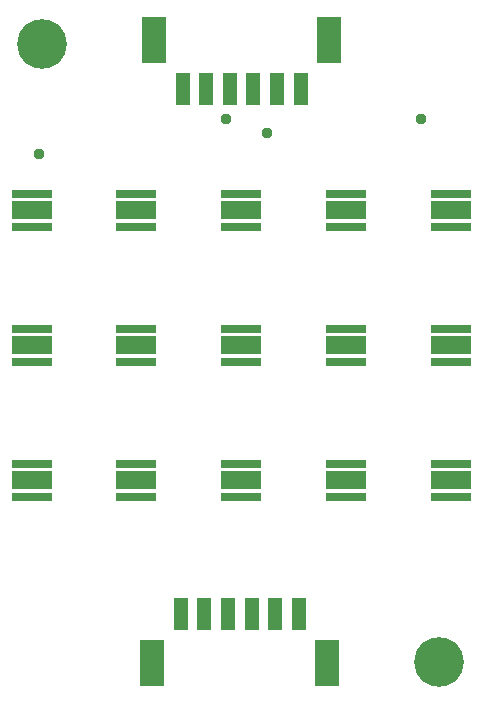
<source format=gbr>
G04 EAGLE Gerber RS-274X export*
G75*
%MOMM*%
%FSLAX34Y34*%
%LPD*%
%INSoldermask Top*%
%IPPOS*%
%AMOC8*
5,1,8,0,0,1.08239X$1,22.5*%
G01*
G04 Define Apertures*
%ADD10C,4.203700*%
%ADD11R,1.203200X2.703200*%
%ADD12R,2.003200X4.003200*%
%ADD13R,3.503200X0.703200*%
%ADD14R,3.503200X1.503200*%
%ADD15C,0.959600*%
D10*
X35052Y596648D03*
X371148Y73152D03*
D11*
X152400Y114300D03*
X172400Y114300D03*
X192400Y114300D03*
X212400Y114300D03*
X232400Y114300D03*
X252400Y114300D03*
D12*
X128400Y72800D03*
X276400Y72800D03*
D11*
X254000Y558800D03*
X234000Y558800D03*
X214000Y558800D03*
X194000Y558800D03*
X174000Y558800D03*
X154000Y558800D03*
D12*
X278000Y600300D03*
X130000Y600300D03*
D13*
X26660Y241330D03*
X26660Y213330D03*
D14*
X26660Y227330D03*
D13*
X26660Y355630D03*
X26660Y327630D03*
D14*
X26660Y341630D03*
D13*
X26660Y469930D03*
X26660Y441930D03*
D14*
X26660Y455930D03*
D13*
X114300Y241330D03*
X114300Y213330D03*
D14*
X114300Y227330D03*
D13*
X114300Y355630D03*
X114300Y327630D03*
D14*
X114300Y341630D03*
D13*
X114300Y469930D03*
X114300Y441930D03*
D14*
X114300Y455930D03*
D13*
X203200Y241330D03*
X203200Y213330D03*
D14*
X203200Y227330D03*
D13*
X203200Y355630D03*
X203200Y327630D03*
D14*
X203200Y341630D03*
D13*
X203200Y469930D03*
X203200Y441930D03*
D14*
X203200Y455930D03*
D13*
X292100Y241330D03*
X292100Y213330D03*
D14*
X292100Y227330D03*
D13*
X292100Y355630D03*
X292100Y327630D03*
D14*
X292100Y341630D03*
D13*
X292100Y469930D03*
X292100Y441930D03*
D14*
X292100Y455930D03*
D13*
X381000Y241330D03*
X381000Y213330D03*
D14*
X381000Y227330D03*
D13*
X381000Y355630D03*
X381000Y327630D03*
D14*
X381000Y341630D03*
D13*
X381000Y469930D03*
X381000Y441930D03*
D14*
X381000Y455930D03*
D15*
X355600Y533400D03*
X190500Y533400D03*
X225806Y521208D03*
X32258Y503174D03*
M02*

</source>
